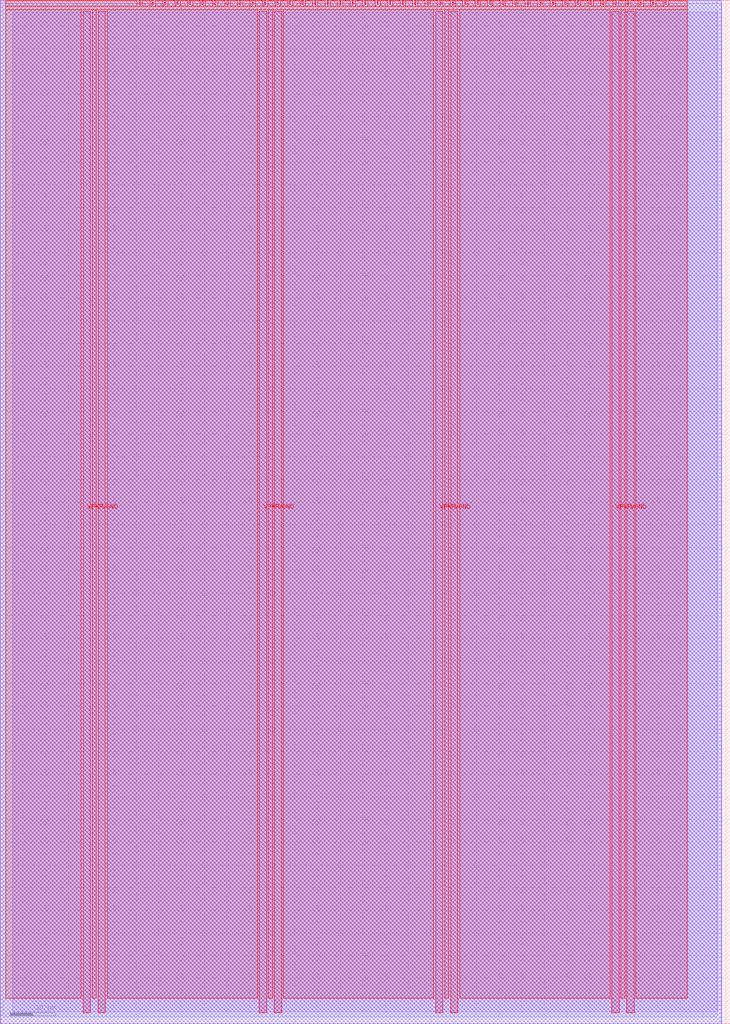
<source format=lef>
VERSION 5.7 ;
  NOWIREEXTENSIONATPIN ON ;
  DIVIDERCHAR "/" ;
  BUSBITCHARS "[]" ;
MACRO tt_um_a1k0n_demo
  CLASS BLOCK ;
  FOREIGN tt_um_a1k0n_demo ;
  ORIGIN 0.000 0.000 ;
  SIZE 161.000 BY 225.760 ;
  PIN VGND
    DIRECTION INOUT ;
    USE GROUND ;
    PORT
      LAYER met4 ;
        RECT 21.580 2.480 23.180 223.280 ;
    END
    PORT
      LAYER met4 ;
        RECT 60.450 2.480 62.050 223.280 ;
    END
    PORT
      LAYER met4 ;
        RECT 99.320 2.480 100.920 223.280 ;
    END
    PORT
      LAYER met4 ;
        RECT 138.190 2.480 139.790 223.280 ;
    END
  END VGND
  PIN VPWR
    DIRECTION INOUT ;
    USE POWER ;
    PORT
      LAYER met4 ;
        RECT 18.280 2.480 19.880 223.280 ;
    END
    PORT
      LAYER met4 ;
        RECT 57.150 2.480 58.750 223.280 ;
    END
    PORT
      LAYER met4 ;
        RECT 96.020 2.480 97.620 223.280 ;
    END
    PORT
      LAYER met4 ;
        RECT 134.890 2.480 136.490 223.280 ;
    END
  END VPWR
  PIN clk
    DIRECTION INPUT ;
    USE SIGNAL ;
    ANTENNAGATEAREA 0.852000 ;
    PORT
      LAYER met4 ;
        RECT 143.830 224.760 144.130 225.760 ;
    END
  END clk
  PIN ena
    DIRECTION INPUT ;
    USE SIGNAL ;
    PORT
      LAYER met4 ;
        RECT 146.590 224.760 146.890 225.760 ;
    END
  END ena
  PIN rst_n
    DIRECTION INPUT ;
    USE SIGNAL ;
    ANTENNAGATEAREA 0.213000 ;
    PORT
      LAYER met4 ;
        RECT 141.070 224.760 141.370 225.760 ;
    END
  END rst_n
  PIN ui_in[0]
    DIRECTION INPUT ;
    USE SIGNAL ;
    PORT
      LAYER met4 ;
        RECT 138.310 224.760 138.610 225.760 ;
    END
  END ui_in[0]
  PIN ui_in[1]
    DIRECTION INPUT ;
    USE SIGNAL ;
    PORT
      LAYER met4 ;
        RECT 135.550 224.760 135.850 225.760 ;
    END
  END ui_in[1]
  PIN ui_in[2]
    DIRECTION INPUT ;
    USE SIGNAL ;
    PORT
      LAYER met4 ;
        RECT 132.790 224.760 133.090 225.760 ;
    END
  END ui_in[2]
  PIN ui_in[3]
    DIRECTION INPUT ;
    USE SIGNAL ;
    PORT
      LAYER met4 ;
        RECT 130.030 224.760 130.330 225.760 ;
    END
  END ui_in[3]
  PIN ui_in[4]
    DIRECTION INPUT ;
    USE SIGNAL ;
    PORT
      LAYER met4 ;
        RECT 127.270 224.760 127.570 225.760 ;
    END
  END ui_in[4]
  PIN ui_in[5]
    DIRECTION INPUT ;
    USE SIGNAL ;
    PORT
      LAYER met4 ;
        RECT 124.510 224.760 124.810 225.760 ;
    END
  END ui_in[5]
  PIN ui_in[6]
    DIRECTION INPUT ;
    USE SIGNAL ;
    PORT
      LAYER met4 ;
        RECT 121.750 224.760 122.050 225.760 ;
    END
  END ui_in[6]
  PIN ui_in[7]
    DIRECTION INPUT ;
    USE SIGNAL ;
    PORT
      LAYER met4 ;
        RECT 118.990 224.760 119.290 225.760 ;
    END
  END ui_in[7]
  PIN uio_in[0]
    DIRECTION INPUT ;
    USE SIGNAL ;
    PORT
      LAYER met4 ;
        RECT 116.230 224.760 116.530 225.760 ;
    END
  END uio_in[0]
  PIN uio_in[1]
    DIRECTION INPUT ;
    USE SIGNAL ;
    PORT
      LAYER met4 ;
        RECT 113.470 224.760 113.770 225.760 ;
    END
  END uio_in[1]
  PIN uio_in[2]
    DIRECTION INPUT ;
    USE SIGNAL ;
    PORT
      LAYER met4 ;
        RECT 110.710 224.760 111.010 225.760 ;
    END
  END uio_in[2]
  PIN uio_in[3]
    DIRECTION INPUT ;
    USE SIGNAL ;
    PORT
      LAYER met4 ;
        RECT 107.950 224.760 108.250 225.760 ;
    END
  END uio_in[3]
  PIN uio_in[4]
    DIRECTION INPUT ;
    USE SIGNAL ;
    PORT
      LAYER met4 ;
        RECT 105.190 224.760 105.490 225.760 ;
    END
  END uio_in[4]
  PIN uio_in[5]
    DIRECTION INPUT ;
    USE SIGNAL ;
    PORT
      LAYER met4 ;
        RECT 102.430 224.760 102.730 225.760 ;
    END
  END uio_in[5]
  PIN uio_in[6]
    DIRECTION INPUT ;
    USE SIGNAL ;
    PORT
      LAYER met4 ;
        RECT 99.670 224.760 99.970 225.760 ;
    END
  END uio_in[6]
  PIN uio_in[7]
    DIRECTION INPUT ;
    USE SIGNAL ;
    PORT
      LAYER met4 ;
        RECT 96.910 224.760 97.210 225.760 ;
    END
  END uio_in[7]
  PIN uio_oe[0]
    DIRECTION OUTPUT ;
    USE SIGNAL ;
    ANTENNADIFFAREA 0.445500 ;
    PORT
      LAYER met4 ;
        RECT 49.990 224.760 50.290 225.760 ;
    END
  END uio_oe[0]
  PIN uio_oe[1]
    DIRECTION OUTPUT ;
    USE SIGNAL ;
    ANTENNADIFFAREA 0.445500 ;
    PORT
      LAYER met4 ;
        RECT 47.230 224.760 47.530 225.760 ;
    END
  END uio_oe[1]
  PIN uio_oe[2]
    DIRECTION OUTPUT ;
    USE SIGNAL ;
    ANTENNADIFFAREA 0.445500 ;
    PORT
      LAYER met4 ;
        RECT 44.470 224.760 44.770 225.760 ;
    END
  END uio_oe[2]
  PIN uio_oe[3]
    DIRECTION OUTPUT ;
    USE SIGNAL ;
    ANTENNADIFFAREA 0.445500 ;
    PORT
      LAYER met4 ;
        RECT 41.710 224.760 42.010 225.760 ;
    END
  END uio_oe[3]
  PIN uio_oe[4]
    DIRECTION OUTPUT ;
    USE SIGNAL ;
    ANTENNADIFFAREA 0.445500 ;
    PORT
      LAYER met4 ;
        RECT 38.950 224.760 39.250 225.760 ;
    END
  END uio_oe[4]
  PIN uio_oe[5]
    DIRECTION OUTPUT ;
    USE SIGNAL ;
    ANTENNADIFFAREA 0.445500 ;
    PORT
      LAYER met4 ;
        RECT 36.190 224.760 36.490 225.760 ;
    END
  END uio_oe[5]
  PIN uio_oe[6]
    DIRECTION OUTPUT ;
    USE SIGNAL ;
    ANTENNADIFFAREA 0.445500 ;
    PORT
      LAYER met4 ;
        RECT 33.430 224.760 33.730 225.760 ;
    END
  END uio_oe[6]
  PIN uio_oe[7]
    DIRECTION OUTPUT ;
    USE SIGNAL ;
    ANTENNADIFFAREA 0.445500 ;
    PORT
      LAYER met4 ;
        RECT 30.670 224.760 30.970 225.760 ;
    END
  END uio_oe[7]
  PIN uio_out[0]
    DIRECTION OUTPUT ;
    USE SIGNAL ;
    ANTENNADIFFAREA 0.445500 ;
    PORT
      LAYER met4 ;
        RECT 72.070 224.760 72.370 225.760 ;
    END
  END uio_out[0]
  PIN uio_out[1]
    DIRECTION OUTPUT ;
    USE SIGNAL ;
    ANTENNADIFFAREA 0.445500 ;
    PORT
      LAYER met4 ;
        RECT 69.310 224.760 69.610 225.760 ;
    END
  END uio_out[1]
  PIN uio_out[2]
    DIRECTION OUTPUT ;
    USE SIGNAL ;
    ANTENNADIFFAREA 0.445500 ;
    PORT
      LAYER met4 ;
        RECT 66.550 224.760 66.850 225.760 ;
    END
  END uio_out[2]
  PIN uio_out[3]
    DIRECTION OUTPUT ;
    USE SIGNAL ;
    ANTENNADIFFAREA 0.445500 ;
    PORT
      LAYER met4 ;
        RECT 63.790 224.760 64.090 225.760 ;
    END
  END uio_out[3]
  PIN uio_out[4]
    DIRECTION OUTPUT ;
    USE SIGNAL ;
    ANTENNADIFFAREA 0.445500 ;
    PORT
      LAYER met4 ;
        RECT 61.030 224.760 61.330 225.760 ;
    END
  END uio_out[4]
  PIN uio_out[5]
    DIRECTION OUTPUT ;
    USE SIGNAL ;
    ANTENNADIFFAREA 0.445500 ;
    PORT
      LAYER met4 ;
        RECT 58.270 224.760 58.570 225.760 ;
    END
  END uio_out[5]
  PIN uio_out[6]
    DIRECTION OUTPUT ;
    USE SIGNAL ;
    ANTENNADIFFAREA 0.445500 ;
    PORT
      LAYER met4 ;
        RECT 55.510 224.760 55.810 225.760 ;
    END
  END uio_out[6]
  PIN uio_out[7]
    DIRECTION OUTPUT ;
    USE SIGNAL ;
    ANTENNADIFFAREA 0.445500 ;
    PORT
      LAYER met4 ;
        RECT 52.750 224.760 53.050 225.760 ;
    END
  END uio_out[7]
  PIN uo_out[0]
    DIRECTION OUTPUT ;
    USE SIGNAL ;
    ANTENNADIFFAREA 0.445500 ;
    PORT
      LAYER met4 ;
        RECT 94.150 224.760 94.450 225.760 ;
    END
  END uo_out[0]
  PIN uo_out[1]
    DIRECTION OUTPUT ;
    USE SIGNAL ;
    ANTENNADIFFAREA 0.445500 ;
    PORT
      LAYER met4 ;
        RECT 91.390 224.760 91.690 225.760 ;
    END
  END uo_out[1]
  PIN uo_out[2]
    DIRECTION OUTPUT ;
    USE SIGNAL ;
    ANTENNADIFFAREA 0.445500 ;
    PORT
      LAYER met4 ;
        RECT 88.630 224.760 88.930 225.760 ;
    END
  END uo_out[2]
  PIN uo_out[3]
    DIRECTION OUTPUT ;
    USE SIGNAL ;
    ANTENNADIFFAREA 0.445500 ;
    PORT
      LAYER met4 ;
        RECT 85.870 224.760 86.170 225.760 ;
    END
  END uo_out[3]
  PIN uo_out[4]
    DIRECTION OUTPUT ;
    USE SIGNAL ;
    ANTENNADIFFAREA 0.445500 ;
    PORT
      LAYER met4 ;
        RECT 83.110 224.760 83.410 225.760 ;
    END
  END uo_out[4]
  PIN uo_out[5]
    DIRECTION OUTPUT ;
    USE SIGNAL ;
    ANTENNADIFFAREA 0.445500 ;
    PORT
      LAYER met4 ;
        RECT 80.350 224.760 80.650 225.760 ;
    END
  END uo_out[5]
  PIN uo_out[6]
    DIRECTION OUTPUT ;
    USE SIGNAL ;
    ANTENNADIFFAREA 0.445500 ;
    PORT
      LAYER met4 ;
        RECT 77.590 224.760 77.890 225.760 ;
    END
  END uo_out[6]
  PIN uo_out[7]
    DIRECTION OUTPUT ;
    USE SIGNAL ;
    ANTENNADIFFAREA 0.445500 ;
    PORT
      LAYER met4 ;
        RECT 74.830 224.760 75.130 225.760 ;
    END
  END uo_out[7]
  OBS
      LAYER li1 ;
        RECT 2.760 2.635 158.240 223.125 ;
      LAYER met1 ;
        RECT 0.070 0.040 159.090 225.040 ;
      LAYER met2 ;
        RECT 0.100 0.010 159.060 225.605 ;
      LAYER met3 ;
        RECT 0.525 1.535 158.175 225.585 ;
      LAYER met4 ;
        RECT 1.215 224.360 30.270 225.585 ;
        RECT 31.370 224.360 33.030 225.585 ;
        RECT 34.130 224.360 35.790 225.585 ;
        RECT 36.890 224.360 38.550 225.585 ;
        RECT 39.650 224.360 41.310 225.585 ;
        RECT 42.410 224.360 44.070 225.585 ;
        RECT 45.170 224.360 46.830 225.585 ;
        RECT 47.930 224.360 49.590 225.585 ;
        RECT 50.690 224.360 52.350 225.585 ;
        RECT 53.450 224.360 55.110 225.585 ;
        RECT 56.210 224.360 57.870 225.585 ;
        RECT 58.970 224.360 60.630 225.585 ;
        RECT 61.730 224.360 63.390 225.585 ;
        RECT 64.490 224.360 66.150 225.585 ;
        RECT 67.250 224.360 68.910 225.585 ;
        RECT 70.010 224.360 71.670 225.585 ;
        RECT 72.770 224.360 74.430 225.585 ;
        RECT 75.530 224.360 77.190 225.585 ;
        RECT 78.290 224.360 79.950 225.585 ;
        RECT 81.050 224.360 82.710 225.585 ;
        RECT 83.810 224.360 85.470 225.585 ;
        RECT 86.570 224.360 88.230 225.585 ;
        RECT 89.330 224.360 90.990 225.585 ;
        RECT 92.090 224.360 93.750 225.585 ;
        RECT 94.850 224.360 96.510 225.585 ;
        RECT 97.610 224.360 99.270 225.585 ;
        RECT 100.370 224.360 102.030 225.585 ;
        RECT 103.130 224.360 104.790 225.585 ;
        RECT 105.890 224.360 107.550 225.585 ;
        RECT 108.650 224.360 110.310 225.585 ;
        RECT 111.410 224.360 113.070 225.585 ;
        RECT 114.170 224.360 115.830 225.585 ;
        RECT 116.930 224.360 118.590 225.585 ;
        RECT 119.690 224.360 121.350 225.585 ;
        RECT 122.450 224.360 124.110 225.585 ;
        RECT 125.210 224.360 126.870 225.585 ;
        RECT 127.970 224.360 129.630 225.585 ;
        RECT 130.730 224.360 132.390 225.585 ;
        RECT 133.490 224.360 135.150 225.585 ;
        RECT 136.250 224.360 137.910 225.585 ;
        RECT 139.010 224.360 140.670 225.585 ;
        RECT 141.770 224.360 143.430 225.585 ;
        RECT 144.530 224.360 146.190 225.585 ;
        RECT 147.290 224.360 151.505 225.585 ;
        RECT 1.215 223.680 151.505 224.360 ;
        RECT 1.215 5.615 17.880 223.680 ;
        RECT 20.280 5.615 21.180 223.680 ;
        RECT 23.580 5.615 56.750 223.680 ;
        RECT 59.150 5.615 60.050 223.680 ;
        RECT 62.450 5.615 95.620 223.680 ;
        RECT 98.020 5.615 98.920 223.680 ;
        RECT 101.320 5.615 134.490 223.680 ;
        RECT 136.890 5.615 137.790 223.680 ;
        RECT 140.190 5.615 151.505 223.680 ;
  END
END tt_um_a1k0n_demo
END LIBRARY


</source>
